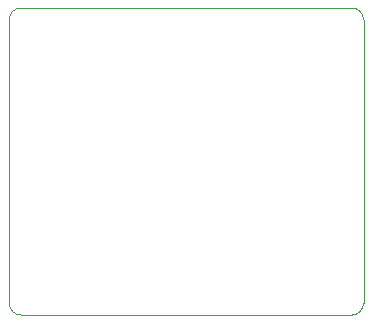
<source format=gm1>
G04 #@! TF.GenerationSoftware,KiCad,Pcbnew,(5.1.2)-1*
G04 #@! TF.CreationDate,2021-08-24T10:23:30+09:00*
G04 #@! TF.ProjectId,csa,6373612e-6b69-4636-9164-5f7063625858,v1.3*
G04 #@! TF.SameCoordinates,Original*
G04 #@! TF.FileFunction,Profile,NP*
%FSLAX46Y46*%
G04 Gerber Fmt 4.6, Leading zero omitted, Abs format (unit mm)*
G04 Created by KiCad (PCBNEW (5.1.2)-1) date 2021-08-24 10:23:30*
%MOMM*%
%LPD*%
G04 APERTURE LIST*
%ADD10C,0.050000*%
G04 APERTURE END LIST*
D10*
X138000000Y-135000000D02*
G75*
G02X137000000Y-134000000I0J1000000D01*
G01*
X167000000Y-134000000D02*
G75*
G02X166000000Y-135000000I-1000000J0D01*
G01*
X166000000Y-109000000D02*
G75*
G02X167000000Y-110000000I0J-1000000D01*
G01*
X137000000Y-110000000D02*
G75*
G02X138000000Y-109000000I1000000J0D01*
G01*
X166000000Y-109000000D02*
X138000000Y-109000000D01*
X167000000Y-134000000D02*
X167000000Y-110000000D01*
X138000000Y-135000000D02*
X166000000Y-135000000D01*
X137000000Y-110000000D02*
X137000000Y-134000000D01*
M02*

</source>
